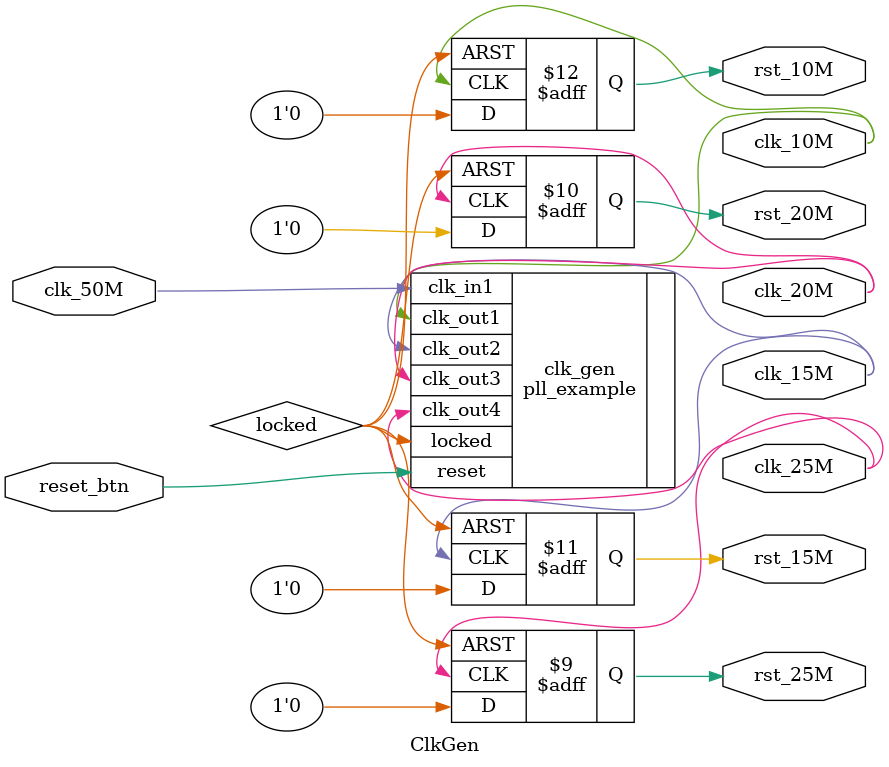
<source format=v>
`timescale 1ns / 1ps

module ClkGen(
    input  wire clk_50M,
    input  wire reset_btn,

    output wire clk_10M,
    output wire clk_15M,
    output wire clk_20M,
    output wire clk_25M,
    output reg  rst_10M,
    output reg  rst_15M,
    output reg  rst_20M,
    output reg  rst_25M
);

    wire locked;
    pll_example clk_gen(
        .clk_in1(clk_50M),
        .reset(reset_btn),

        .clk_out1(clk_10M),
        .clk_out2(clk_15M),
        .clk_out3(clk_20M),
        .clk_out4(clk_25M),
        .locked(locked)
    );

    always @(posedge clk_10M, negedge locked) begin
        if (~locked)
            rst_10M <= 1'b1;
        else
            rst_10M <= 1'b0;
    end

    always @(posedge clk_15M, negedge locked) begin
        if (~locked)
            rst_15M <= 1'b1;
        else
            rst_15M <= 1'b0;
    end

    always @(posedge clk_20M, negedge locked) begin
        if (~locked)
            rst_20M <= 1'b1;
        else
            rst_20M <= 1'b0;
    end

    always @(posedge clk_25M, negedge locked) begin
        if (~locked)
            rst_25M <= 1'b1;
        else
            rst_25M <= 1'b0;
    end

endmodule

</source>
